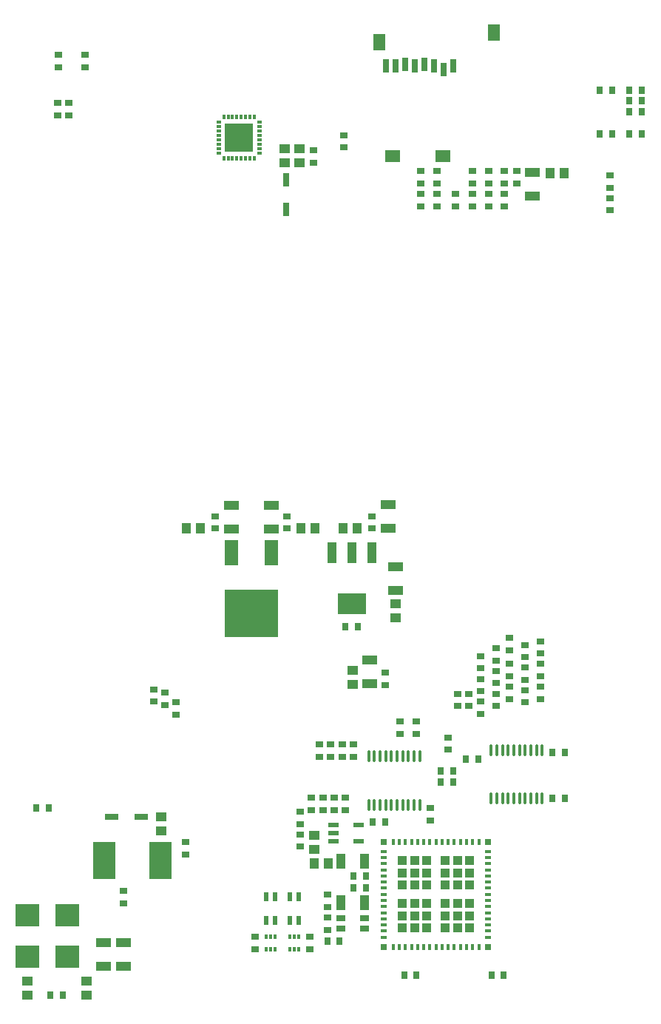
<source format=gbp>
G04 Layer_Color=128*
%FSLAX44Y44*%
%MOMM*%
G71*
G01*
G75*
%ADD11R,0.8000X0.9000*%
%ADD12R,1.0000X1.3000*%
%ADD13R,0.9000X0.8000*%
%ADD14R,1.1000X1.7000*%
%ADD18R,1.7000X1.1000*%
%ADD26R,1.3000X1.0000*%
%ADD88O,0.4000X1.3500*%
%ADD89R,2.7432X2.6162*%
%ADD90R,0.3000X0.5000*%
%ADD91R,0.6000X1.1000*%
%ADD92R,0.8000X1.6000*%
%ADD93R,1.0000X2.4000*%
%ADD94R,3.3000X2.4000*%
%ADD95R,2.6000X4.2000*%
%ADD96R,1.6000X0.8000*%
%ADD97R,1.8000X1.4000*%
%ADD98R,1.4000X1.9000*%
%ADD99R,0.8000X1.5000*%
%ADD100R,1.0500X0.8000*%
%ADD101R,1.2000X0.5000*%
%ADD102R,0.7500X0.7500*%
%ADD103R,0.7500X0.4000*%
%ADD104R,0.4000X0.7500*%
%ADD105R,1.0000X1.0000*%
%ADD106R,3.2000X3.2000*%
%ADD107R,0.3000X0.5000*%
%ADD108R,0.5000X0.3000*%
%ADD109R,1.5000X3.0000*%
%ADD110R,6.2000X5.4000*%
D11*
X500002Y506000D02*
D03*
X486002D02*
D03*
X531002Y282000D02*
D03*
X517002D02*
D03*
X667002Y107000D02*
D03*
X653002D02*
D03*
X567002D02*
D03*
X553002D02*
D03*
X736998Y362000D02*
D03*
X722998D02*
D03*
X736998Y309000D02*
D03*
X722998D02*
D03*
X777002Y1070000D02*
D03*
X791002D02*
D03*
X811002D02*
D03*
X825002D02*
D03*
X623998Y354000D02*
D03*
X637998D02*
D03*
X146002Y298000D02*
D03*
X132002D02*
D03*
X161998Y84000D02*
D03*
X147998D02*
D03*
X464998Y146000D02*
D03*
X478998D02*
D03*
X495002Y207000D02*
D03*
X509002D02*
D03*
X495002Y220000D02*
D03*
X509002D02*
D03*
X609002Y328000D02*
D03*
X595001D02*
D03*
X594998Y341000D02*
D03*
X608998D02*
D03*
X825002Y1095000D02*
D03*
X811002D02*
D03*
X811002Y1108000D02*
D03*
X825002D02*
D03*
X811002Y1120000D02*
D03*
X825002D02*
D03*
X777002D02*
D03*
X791002D02*
D03*
D12*
X435000Y618000D02*
D03*
X451000D02*
D03*
X304000D02*
D03*
X320000D02*
D03*
X483000D02*
D03*
X499000D02*
D03*
X466000Y235000D02*
D03*
X450000D02*
D03*
X720000Y1025000D02*
D03*
X736000D02*
D03*
D13*
X516000Y617998D02*
D03*
Y631998D02*
D03*
X157000Y1159998D02*
D03*
Y1145998D02*
D03*
X567000Y396998D02*
D03*
Y382998D02*
D03*
X691000Y433002D02*
D03*
Y419002D02*
D03*
X658000Y429000D02*
D03*
Y415000D02*
D03*
X641000Y420002D02*
D03*
Y406002D02*
D03*
X674000Y437002D02*
D03*
Y423002D02*
D03*
X691000Y459002D02*
D03*
Y445002D02*
D03*
X674000Y463002D02*
D03*
Y449002D02*
D03*
X658000Y455000D02*
D03*
Y441000D02*
D03*
X641000Y446002D02*
D03*
Y432002D02*
D03*
X627000Y429002D02*
D03*
Y415002D02*
D03*
X337000Y617998D02*
D03*
Y631998D02*
D03*
X419000Y617998D02*
D03*
Y631998D02*
D03*
X188000Y1145998D02*
D03*
Y1159998D02*
D03*
X232000Y189498D02*
D03*
Y203498D02*
D03*
X382000Y151000D02*
D03*
Y137000D02*
D03*
X445000Y151000D02*
D03*
Y137000D02*
D03*
X465000Y159002D02*
D03*
Y173002D02*
D03*
X465500Y198998D02*
D03*
Y184998D02*
D03*
X434000Y254002D02*
D03*
Y268002D02*
D03*
X434000Y280000D02*
D03*
Y294000D02*
D03*
X447000Y295998D02*
D03*
Y309998D02*
D03*
X460000Y295998D02*
D03*
Y309998D02*
D03*
X473000Y295998D02*
D03*
Y309998D02*
D03*
X486000Y295998D02*
D03*
Y309998D02*
D03*
X583000Y297998D02*
D03*
Y283998D02*
D03*
X456000Y356998D02*
D03*
Y370998D02*
D03*
X469000Y356998D02*
D03*
Y370998D02*
D03*
X495000Y356998D02*
D03*
Y370998D02*
D03*
X482000Y356998D02*
D03*
Y370998D02*
D03*
X548000Y396998D02*
D03*
Y382998D02*
D03*
X603000Y365000D02*
D03*
Y379000D02*
D03*
X266000Y420002D02*
D03*
Y434002D02*
D03*
X292000Y405002D02*
D03*
Y419002D02*
D03*
X279000Y416002D02*
D03*
Y430002D02*
D03*
X531000Y439000D02*
D03*
Y453000D02*
D03*
X614000Y414998D02*
D03*
Y428998D02*
D03*
X691000Y485002D02*
D03*
Y471002D02*
D03*
X658000Y481002D02*
D03*
Y467002D02*
D03*
X641000Y472002D02*
D03*
Y458002D02*
D03*
X709000Y437002D02*
D03*
Y423002D02*
D03*
X709000Y463003D02*
D03*
Y449003D02*
D03*
X709000Y489002D02*
D03*
Y475002D02*
D03*
X674000Y493002D02*
D03*
Y479002D02*
D03*
X789000Y981998D02*
D03*
Y995998D02*
D03*
Y1021998D02*
D03*
Y1007998D02*
D03*
X682000Y1012998D02*
D03*
Y1026998D02*
D03*
X668000Y987002D02*
D03*
Y1001002D02*
D03*
X650000D02*
D03*
Y987002D02*
D03*
X631000Y1001002D02*
D03*
Y987002D02*
D03*
X612000Y1001002D02*
D03*
Y987002D02*
D03*
X591000Y1001002D02*
D03*
Y987002D02*
D03*
X572250Y1001000D02*
D03*
Y987000D02*
D03*
X572250Y1012997D02*
D03*
Y1026997D02*
D03*
X591000Y1012998D02*
D03*
Y1026998D02*
D03*
X668000Y1012998D02*
D03*
Y1026998D02*
D03*
X650000Y1012998D02*
D03*
Y1026998D02*
D03*
X631000Y1012998D02*
D03*
Y1026998D02*
D03*
X484000Y1068002D02*
D03*
Y1054002D02*
D03*
X449000Y1050998D02*
D03*
Y1036998D02*
D03*
X156000Y1105002D02*
D03*
Y1091002D02*
D03*
X169000D02*
D03*
Y1105002D02*
D03*
X303000Y244998D02*
D03*
Y258998D02*
D03*
D14*
X507500Y190000D02*
D03*
X480500D02*
D03*
X507500Y237000D02*
D03*
X480500D02*
D03*
D18*
X355000Y644500D02*
D03*
Y617500D02*
D03*
X401000Y644500D02*
D03*
Y617500D02*
D03*
X232000Y144500D02*
D03*
Y117500D02*
D03*
X209000Y144500D02*
D03*
Y117500D02*
D03*
X513500Y467247D02*
D03*
Y440247D02*
D03*
X700000Y1025500D02*
D03*
Y998500D02*
D03*
X535000Y618500D02*
D03*
Y645500D02*
D03*
X543000Y547500D02*
D03*
Y574500D02*
D03*
D26*
X494000Y440000D02*
D03*
Y456000D02*
D03*
X122000Y100000D02*
D03*
Y84000D02*
D03*
X189000Y100000D02*
D03*
Y84000D02*
D03*
X275000Y272000D02*
D03*
Y288000D02*
D03*
X450000Y267000D02*
D03*
Y251000D02*
D03*
X543000Y532000D02*
D03*
Y516000D02*
D03*
X433000Y1052498D02*
D03*
Y1036498D02*
D03*
X416000Y1052498D02*
D03*
Y1036498D02*
D03*
D88*
X711250Y309250D02*
D03*
X704750D02*
D03*
X698250D02*
D03*
X691750D02*
D03*
X685250D02*
D03*
X678750D02*
D03*
X672250D02*
D03*
X665750D02*
D03*
X659250D02*
D03*
X652750D02*
D03*
X711250Y364750D02*
D03*
X704750D02*
D03*
X698250D02*
D03*
X691750D02*
D03*
X685250D02*
D03*
X678750D02*
D03*
X672250D02*
D03*
X665750D02*
D03*
X659250D02*
D03*
X652750D02*
D03*
X571000Y302000D02*
D03*
X564500D02*
D03*
X558000D02*
D03*
X551500D02*
D03*
X545000D02*
D03*
X538500D02*
D03*
X532000D02*
D03*
X525500D02*
D03*
X519000D02*
D03*
X512500D02*
D03*
X571000Y357500D02*
D03*
X564500D02*
D03*
X558000D02*
D03*
X551500D02*
D03*
X545000D02*
D03*
X538500D02*
D03*
X532000D02*
D03*
X525500D02*
D03*
X519000D02*
D03*
X512500D02*
D03*
D89*
X167000Y175495D02*
D03*
Y128505D02*
D03*
X122000Y175495D02*
D03*
Y128505D02*
D03*
D90*
X400000Y151000D02*
D03*
X405000D02*
D03*
X395000D02*
D03*
X405000Y137000D02*
D03*
X400000D02*
D03*
X395000D02*
D03*
X422000D02*
D03*
X427000D02*
D03*
X432000D02*
D03*
X422000Y151000D02*
D03*
X432000D02*
D03*
X427000D02*
D03*
D91*
X395000Y196500D02*
D03*
X405000D02*
D03*
X395000Y169500D02*
D03*
X405000D02*
D03*
X422000Y196500D02*
D03*
X432000D02*
D03*
X422000Y169500D02*
D03*
X432000D02*
D03*
D92*
X418000Y983000D02*
D03*
Y1017000D02*
D03*
D93*
X470000Y590000D02*
D03*
X493000D02*
D03*
X516000D02*
D03*
D94*
X493000Y532000D02*
D03*
D95*
X210000Y238000D02*
D03*
X274000D02*
D03*
D96*
X218000Y288000D02*
D03*
X252000D02*
D03*
D97*
X540249Y1044251D02*
D03*
X597150D02*
D03*
D98*
X524249Y1174251D02*
D03*
X655750Y1185749D02*
D03*
D99*
X532149Y1147250D02*
D03*
X543150D02*
D03*
X554150Y1149249D02*
D03*
X565149Y1147250D02*
D03*
X576149Y1149249D02*
D03*
X587150Y1147250D02*
D03*
X598151Y1143250D02*
D03*
X609149Y1147250D02*
D03*
D100*
X507250Y172000D02*
D03*
X480750D02*
D03*
Y160000D02*
D03*
X507250D02*
D03*
D101*
X501000Y260000D02*
D03*
Y279000D02*
D03*
X472000D02*
D03*
Y269500D02*
D03*
Y260000D02*
D03*
D102*
X649250Y259750D02*
D03*
Y139250D02*
D03*
X529750D02*
D03*
Y259750D02*
D03*
D103*
X649250Y248500D02*
D03*
Y241500D02*
D03*
Y234500D02*
D03*
Y227500D02*
D03*
Y220500D02*
D03*
Y213500D02*
D03*
Y206500D02*
D03*
Y199500D02*
D03*
Y192500D02*
D03*
Y185500D02*
D03*
Y178500D02*
D03*
Y171500D02*
D03*
Y164500D02*
D03*
Y157500D02*
D03*
Y150500D02*
D03*
X529750D02*
D03*
Y157500D02*
D03*
Y164500D02*
D03*
Y171500D02*
D03*
Y178500D02*
D03*
Y185500D02*
D03*
Y192500D02*
D03*
Y199500D02*
D03*
Y206500D02*
D03*
Y213500D02*
D03*
Y220500D02*
D03*
Y227500D02*
D03*
Y234500D02*
D03*
Y241500D02*
D03*
Y248500D02*
D03*
D104*
X638500Y139250D02*
D03*
X540500Y259750D02*
D03*
X631500Y139250D02*
D03*
X624500D02*
D03*
X617500D02*
D03*
X610500D02*
D03*
X603500D02*
D03*
X596500D02*
D03*
X589500D02*
D03*
X582500D02*
D03*
X575500D02*
D03*
X568500D02*
D03*
X561500D02*
D03*
X554500D02*
D03*
X547500D02*
D03*
X540500D02*
D03*
X547500Y259750D02*
D03*
X554500D02*
D03*
X561500D02*
D03*
X568500D02*
D03*
X575500D02*
D03*
X582500D02*
D03*
X589500D02*
D03*
X596500D02*
D03*
X603500D02*
D03*
X610500D02*
D03*
X617500D02*
D03*
X624500D02*
D03*
X631500D02*
D03*
X638500D02*
D03*
D105*
X628000Y224000D02*
D03*
Y210000D02*
D03*
Y189000D02*
D03*
Y175000D02*
D03*
Y161000D02*
D03*
X614000D02*
D03*
X600000D02*
D03*
X614000Y238000D02*
D03*
Y224000D02*
D03*
Y210000D02*
D03*
X600000Y238000D02*
D03*
Y224000D02*
D03*
Y210000D02*
D03*
Y189000D02*
D03*
X614000D02*
D03*
Y175000D02*
D03*
X600000D02*
D03*
X579000Y238000D02*
D03*
X565000D02*
D03*
X551000D02*
D03*
X579000Y224000D02*
D03*
Y210000D02*
D03*
X565000Y224000D02*
D03*
Y210000D02*
D03*
X551000Y224000D02*
D03*
Y210000D02*
D03*
X579000Y189000D02*
D03*
X565000D02*
D03*
X551000D02*
D03*
X579000Y175000D02*
D03*
Y161000D02*
D03*
X565000Y175000D02*
D03*
Y161000D02*
D03*
X551000Y175000D02*
D03*
Y161000D02*
D03*
X628000Y238000D02*
D03*
D106*
X364000Y1065498D02*
D03*
D107*
X346500Y1041998D02*
D03*
X351500D02*
D03*
X356500D02*
D03*
X361500D02*
D03*
X366500D02*
D03*
X371500D02*
D03*
X376500D02*
D03*
X381500D02*
D03*
Y1088998D02*
D03*
X376500D02*
D03*
X371500D02*
D03*
X366500D02*
D03*
X361500D02*
D03*
X356500D02*
D03*
X351500D02*
D03*
X346500D02*
D03*
D108*
X387500Y1047998D02*
D03*
Y1052998D02*
D03*
Y1057998D02*
D03*
Y1062998D02*
D03*
Y1067998D02*
D03*
Y1072998D02*
D03*
Y1077998D02*
D03*
Y1082998D02*
D03*
X340500Y1052998D02*
D03*
Y1057998D02*
D03*
Y1062998D02*
D03*
Y1067998D02*
D03*
Y1072998D02*
D03*
Y1077998D02*
D03*
Y1082998D02*
D03*
Y1047998D02*
D03*
D109*
X355000Y590250D02*
D03*
X401000D02*
D03*
D110*
X378000Y520750D02*
D03*
M02*

</source>
